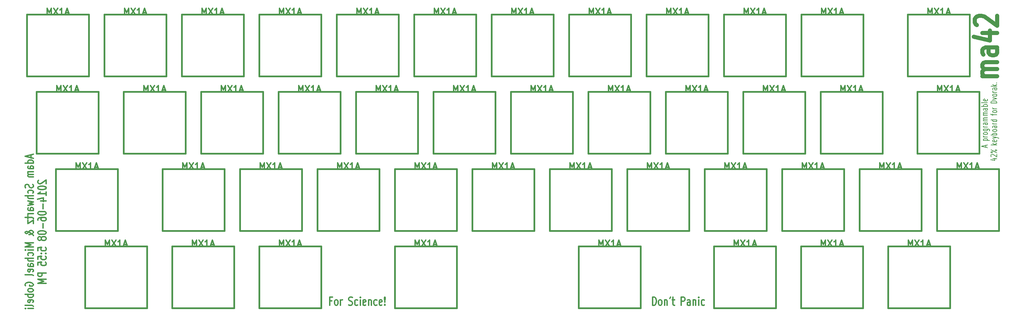
<source format=gto>
G04 (created by PCBNEW (2013-07-07 BZR 4022)-stable) date 7/6/2014 3:39:49 PM*
%MOIN*%
G04 Gerber Fmt 3.4, Leading zero omitted, Abs format*
%FSLAX34Y34*%
G01*
G70*
G90*
G04 APERTURE LIST*
%ADD10C,0.00590551*%
%ADD11C,0.012*%
%ADD12C,0.00787402*%
%ADD13C,0.0393701*%
%ADD14C,0.015*%
G04 APERTURE END LIST*
G54D10*
G54D11*
X58528Y-59304D02*
X58328Y-59304D01*
X58328Y-59723D02*
X58328Y-58923D01*
X58614Y-58923D01*
X58928Y-59723D02*
X58871Y-59685D01*
X58842Y-59647D01*
X58814Y-59571D01*
X58814Y-59342D01*
X58842Y-59266D01*
X58871Y-59228D01*
X58928Y-59190D01*
X59014Y-59190D01*
X59071Y-59228D01*
X59100Y-59266D01*
X59128Y-59342D01*
X59128Y-59571D01*
X59100Y-59647D01*
X59071Y-59685D01*
X59014Y-59723D01*
X58928Y-59723D01*
X59385Y-59723D02*
X59385Y-59190D01*
X59385Y-59342D02*
X59414Y-59266D01*
X59442Y-59228D01*
X59500Y-59190D01*
X59557Y-59190D01*
X60185Y-59685D02*
X60271Y-59723D01*
X60414Y-59723D01*
X60471Y-59685D01*
X60500Y-59647D01*
X60528Y-59571D01*
X60528Y-59495D01*
X60500Y-59419D01*
X60471Y-59380D01*
X60414Y-59342D01*
X60300Y-59304D01*
X60242Y-59266D01*
X60214Y-59228D01*
X60185Y-59152D01*
X60185Y-59076D01*
X60214Y-59000D01*
X60242Y-58961D01*
X60300Y-58923D01*
X60442Y-58923D01*
X60528Y-58961D01*
X61042Y-59685D02*
X60985Y-59723D01*
X60871Y-59723D01*
X60814Y-59685D01*
X60785Y-59647D01*
X60757Y-59571D01*
X60757Y-59342D01*
X60785Y-59266D01*
X60814Y-59228D01*
X60871Y-59190D01*
X60985Y-59190D01*
X61042Y-59228D01*
X61300Y-59723D02*
X61300Y-59190D01*
X61300Y-58923D02*
X61271Y-58961D01*
X61300Y-59000D01*
X61328Y-58961D01*
X61300Y-58923D01*
X61300Y-59000D01*
X61814Y-59685D02*
X61757Y-59723D01*
X61642Y-59723D01*
X61585Y-59685D01*
X61557Y-59609D01*
X61557Y-59304D01*
X61585Y-59228D01*
X61642Y-59190D01*
X61757Y-59190D01*
X61814Y-59228D01*
X61842Y-59304D01*
X61842Y-59380D01*
X61557Y-59457D01*
X62100Y-59190D02*
X62100Y-59723D01*
X62100Y-59266D02*
X62128Y-59228D01*
X62185Y-59190D01*
X62271Y-59190D01*
X62328Y-59228D01*
X62357Y-59304D01*
X62357Y-59723D01*
X62900Y-59685D02*
X62842Y-59723D01*
X62728Y-59723D01*
X62671Y-59685D01*
X62642Y-59647D01*
X62614Y-59571D01*
X62614Y-59342D01*
X62642Y-59266D01*
X62671Y-59228D01*
X62728Y-59190D01*
X62842Y-59190D01*
X62900Y-59228D01*
X63385Y-59685D02*
X63328Y-59723D01*
X63214Y-59723D01*
X63157Y-59685D01*
X63128Y-59609D01*
X63128Y-59304D01*
X63157Y-59228D01*
X63214Y-59190D01*
X63328Y-59190D01*
X63385Y-59228D01*
X63414Y-59304D01*
X63414Y-59380D01*
X63128Y-59457D01*
X63671Y-59647D02*
X63700Y-59685D01*
X63671Y-59723D01*
X63642Y-59685D01*
X63671Y-59647D01*
X63671Y-59723D01*
X63671Y-59419D02*
X63642Y-58961D01*
X63671Y-58923D01*
X63700Y-58961D01*
X63671Y-59419D01*
X63671Y-58923D01*
X89614Y-59723D02*
X89614Y-58923D01*
X89757Y-58923D01*
X89842Y-58961D01*
X89900Y-59038D01*
X89928Y-59114D01*
X89957Y-59266D01*
X89957Y-59380D01*
X89928Y-59533D01*
X89900Y-59609D01*
X89842Y-59685D01*
X89757Y-59723D01*
X89614Y-59723D01*
X90300Y-59723D02*
X90242Y-59685D01*
X90214Y-59647D01*
X90185Y-59571D01*
X90185Y-59342D01*
X90214Y-59266D01*
X90242Y-59228D01*
X90300Y-59190D01*
X90385Y-59190D01*
X90442Y-59228D01*
X90471Y-59266D01*
X90500Y-59342D01*
X90500Y-59571D01*
X90471Y-59647D01*
X90442Y-59685D01*
X90385Y-59723D01*
X90300Y-59723D01*
X90757Y-59190D02*
X90757Y-59723D01*
X90757Y-59266D02*
X90785Y-59228D01*
X90842Y-59190D01*
X90928Y-59190D01*
X90985Y-59228D01*
X91014Y-59304D01*
X91014Y-59723D01*
X91328Y-58923D02*
X91271Y-59076D01*
X91500Y-59190D02*
X91728Y-59190D01*
X91585Y-58923D02*
X91585Y-59609D01*
X91614Y-59685D01*
X91671Y-59723D01*
X91728Y-59723D01*
X92385Y-59723D02*
X92385Y-58923D01*
X92614Y-58923D01*
X92671Y-58961D01*
X92700Y-59000D01*
X92728Y-59076D01*
X92728Y-59190D01*
X92700Y-59266D01*
X92671Y-59304D01*
X92614Y-59342D01*
X92385Y-59342D01*
X93242Y-59723D02*
X93242Y-59304D01*
X93214Y-59228D01*
X93157Y-59190D01*
X93042Y-59190D01*
X92985Y-59228D01*
X93242Y-59685D02*
X93185Y-59723D01*
X93042Y-59723D01*
X92985Y-59685D01*
X92957Y-59609D01*
X92957Y-59533D01*
X92985Y-59457D01*
X93042Y-59419D01*
X93185Y-59419D01*
X93242Y-59380D01*
X93528Y-59190D02*
X93528Y-59723D01*
X93528Y-59266D02*
X93557Y-59228D01*
X93614Y-59190D01*
X93700Y-59190D01*
X93757Y-59228D01*
X93785Y-59304D01*
X93785Y-59723D01*
X94071Y-59723D02*
X94071Y-59190D01*
X94071Y-58923D02*
X94042Y-58961D01*
X94071Y-59000D01*
X94100Y-58961D01*
X94071Y-58923D01*
X94071Y-59000D01*
X94614Y-59685D02*
X94557Y-59723D01*
X94442Y-59723D01*
X94385Y-59685D01*
X94357Y-59647D01*
X94328Y-59571D01*
X94328Y-59342D01*
X94357Y-59266D01*
X94385Y-59228D01*
X94442Y-59190D01*
X94557Y-59190D01*
X94614Y-59228D01*
G54D12*
X121870Y-44402D02*
X121870Y-44215D01*
X122039Y-44440D02*
X121448Y-44309D01*
X122039Y-44177D01*
X121645Y-43746D02*
X122235Y-43746D01*
X121673Y-43746D02*
X121645Y-43709D01*
X121645Y-43634D01*
X121673Y-43596D01*
X121701Y-43577D01*
X121757Y-43559D01*
X121926Y-43559D01*
X121982Y-43577D01*
X122010Y-43596D01*
X122039Y-43634D01*
X122039Y-43709D01*
X122010Y-43746D01*
X122039Y-43390D02*
X121645Y-43390D01*
X121757Y-43390D02*
X121701Y-43371D01*
X121673Y-43352D01*
X121645Y-43315D01*
X121645Y-43277D01*
X122039Y-43090D02*
X122010Y-43127D01*
X121982Y-43146D01*
X121926Y-43165D01*
X121757Y-43165D01*
X121701Y-43146D01*
X121673Y-43127D01*
X121645Y-43090D01*
X121645Y-43034D01*
X121673Y-42996D01*
X121701Y-42977D01*
X121757Y-42959D01*
X121926Y-42959D01*
X121982Y-42977D01*
X122010Y-42996D01*
X122039Y-43034D01*
X122039Y-43090D01*
X121645Y-42621D02*
X122123Y-42621D01*
X122179Y-42640D01*
X122207Y-42659D01*
X122235Y-42696D01*
X122235Y-42753D01*
X122207Y-42790D01*
X122010Y-42621D02*
X122039Y-42659D01*
X122039Y-42734D01*
X122010Y-42771D01*
X121982Y-42790D01*
X121926Y-42809D01*
X121757Y-42809D01*
X121701Y-42790D01*
X121673Y-42771D01*
X121645Y-42734D01*
X121645Y-42659D01*
X121673Y-42621D01*
X122039Y-42434D02*
X121645Y-42434D01*
X121757Y-42434D02*
X121701Y-42415D01*
X121673Y-42396D01*
X121645Y-42359D01*
X121645Y-42321D01*
X122039Y-42021D02*
X121729Y-42021D01*
X121673Y-42040D01*
X121645Y-42078D01*
X121645Y-42153D01*
X121673Y-42190D01*
X122010Y-42021D02*
X122039Y-42059D01*
X122039Y-42153D01*
X122010Y-42190D01*
X121954Y-42209D01*
X121898Y-42209D01*
X121842Y-42190D01*
X121814Y-42153D01*
X121814Y-42059D01*
X121785Y-42021D01*
X122039Y-41834D02*
X121645Y-41834D01*
X121701Y-41834D02*
X121673Y-41815D01*
X121645Y-41778D01*
X121645Y-41721D01*
X121673Y-41684D01*
X121729Y-41665D01*
X122039Y-41665D01*
X121729Y-41665D02*
X121673Y-41646D01*
X121645Y-41609D01*
X121645Y-41553D01*
X121673Y-41515D01*
X121729Y-41496D01*
X122039Y-41496D01*
X122039Y-41309D02*
X121645Y-41309D01*
X121701Y-41309D02*
X121673Y-41290D01*
X121645Y-41253D01*
X121645Y-41196D01*
X121673Y-41159D01*
X121729Y-41140D01*
X122039Y-41140D01*
X121729Y-41140D02*
X121673Y-41121D01*
X121645Y-41084D01*
X121645Y-41028D01*
X121673Y-40990D01*
X121729Y-40971D01*
X122039Y-40971D01*
X122039Y-40615D02*
X121729Y-40615D01*
X121673Y-40634D01*
X121645Y-40672D01*
X121645Y-40747D01*
X121673Y-40784D01*
X122010Y-40615D02*
X122039Y-40653D01*
X122039Y-40747D01*
X122010Y-40784D01*
X121954Y-40803D01*
X121898Y-40803D01*
X121842Y-40784D01*
X121814Y-40747D01*
X121814Y-40653D01*
X121785Y-40615D01*
X122039Y-40428D02*
X121448Y-40428D01*
X121673Y-40428D02*
X121645Y-40390D01*
X121645Y-40315D01*
X121673Y-40278D01*
X121701Y-40259D01*
X121757Y-40240D01*
X121926Y-40240D01*
X121982Y-40259D01*
X122010Y-40278D01*
X122039Y-40315D01*
X122039Y-40390D01*
X122010Y-40428D01*
X122039Y-40015D02*
X122010Y-40053D01*
X121954Y-40072D01*
X121448Y-40072D01*
X122010Y-39715D02*
X122039Y-39753D01*
X122039Y-39828D01*
X122010Y-39865D01*
X121954Y-39884D01*
X121729Y-39884D01*
X121673Y-39865D01*
X121645Y-39828D01*
X121645Y-39753D01*
X121673Y-39715D01*
X121729Y-39697D01*
X121785Y-39697D01*
X121842Y-39884D01*
X122550Y-45490D02*
X122944Y-45490D01*
X122325Y-45583D02*
X122747Y-45677D01*
X122747Y-45433D01*
X122410Y-45302D02*
X122382Y-45283D01*
X122353Y-45246D01*
X122353Y-45152D01*
X122382Y-45115D01*
X122410Y-45096D01*
X122466Y-45077D01*
X122522Y-45077D01*
X122607Y-45096D01*
X122944Y-45321D01*
X122944Y-45077D01*
X122944Y-44927D02*
X122353Y-44627D01*
X122353Y-44871D02*
X122382Y-44834D01*
X122438Y-44815D01*
X122494Y-44834D01*
X122522Y-44871D01*
X122494Y-44908D01*
X122438Y-44927D01*
X122382Y-44908D01*
X122353Y-44871D01*
X122916Y-44646D02*
X122860Y-44627D01*
X122803Y-44646D01*
X122775Y-44684D01*
X122803Y-44721D01*
X122860Y-44740D01*
X122916Y-44721D01*
X122944Y-44684D01*
X122916Y-44646D01*
X122944Y-44159D02*
X122353Y-44159D01*
X122719Y-44121D02*
X122944Y-44009D01*
X122550Y-44009D02*
X122775Y-44159D01*
X122916Y-43690D02*
X122944Y-43727D01*
X122944Y-43802D01*
X122916Y-43840D01*
X122860Y-43859D01*
X122635Y-43859D01*
X122578Y-43840D01*
X122550Y-43802D01*
X122550Y-43727D01*
X122578Y-43690D01*
X122635Y-43671D01*
X122691Y-43671D01*
X122747Y-43859D01*
X122550Y-43540D02*
X122944Y-43446D01*
X122550Y-43352D02*
X122944Y-43446D01*
X123085Y-43484D01*
X123113Y-43502D01*
X123141Y-43540D01*
X122944Y-43202D02*
X122353Y-43202D01*
X122578Y-43202D02*
X122550Y-43165D01*
X122550Y-43090D01*
X122578Y-43052D01*
X122607Y-43034D01*
X122663Y-43015D01*
X122832Y-43015D01*
X122888Y-43034D01*
X122916Y-43052D01*
X122944Y-43090D01*
X122944Y-43165D01*
X122916Y-43202D01*
X122944Y-42790D02*
X122916Y-42828D01*
X122888Y-42846D01*
X122832Y-42865D01*
X122663Y-42865D01*
X122607Y-42846D01*
X122578Y-42828D01*
X122550Y-42790D01*
X122550Y-42734D01*
X122578Y-42696D01*
X122607Y-42678D01*
X122663Y-42659D01*
X122832Y-42659D01*
X122888Y-42678D01*
X122916Y-42696D01*
X122944Y-42734D01*
X122944Y-42790D01*
X122944Y-42321D02*
X122635Y-42321D01*
X122578Y-42340D01*
X122550Y-42378D01*
X122550Y-42453D01*
X122578Y-42490D01*
X122916Y-42321D02*
X122944Y-42359D01*
X122944Y-42453D01*
X122916Y-42490D01*
X122860Y-42509D01*
X122803Y-42509D01*
X122747Y-42490D01*
X122719Y-42453D01*
X122719Y-42359D01*
X122691Y-42321D01*
X122944Y-42134D02*
X122550Y-42134D01*
X122663Y-42134D02*
X122607Y-42115D01*
X122578Y-42096D01*
X122550Y-42059D01*
X122550Y-42021D01*
X122944Y-41721D02*
X122353Y-41721D01*
X122916Y-41721D02*
X122944Y-41759D01*
X122944Y-41834D01*
X122916Y-41871D01*
X122888Y-41890D01*
X122832Y-41909D01*
X122663Y-41909D01*
X122607Y-41890D01*
X122578Y-41871D01*
X122550Y-41834D01*
X122550Y-41759D01*
X122578Y-41721D01*
X122550Y-41290D02*
X122550Y-41140D01*
X122944Y-41234D02*
X122438Y-41234D01*
X122382Y-41215D01*
X122353Y-41178D01*
X122353Y-41140D01*
X122944Y-40953D02*
X122916Y-40990D01*
X122888Y-41009D01*
X122832Y-41028D01*
X122663Y-41028D01*
X122607Y-41009D01*
X122578Y-40990D01*
X122550Y-40953D01*
X122550Y-40897D01*
X122578Y-40859D01*
X122607Y-40840D01*
X122663Y-40822D01*
X122832Y-40822D01*
X122888Y-40840D01*
X122916Y-40859D01*
X122944Y-40897D01*
X122944Y-40953D01*
X122944Y-40653D02*
X122550Y-40653D01*
X122663Y-40653D02*
X122607Y-40634D01*
X122578Y-40615D01*
X122550Y-40578D01*
X122550Y-40540D01*
X122944Y-40109D02*
X122353Y-40109D01*
X122353Y-40015D01*
X122382Y-39959D01*
X122438Y-39922D01*
X122494Y-39903D01*
X122607Y-39884D01*
X122691Y-39884D01*
X122803Y-39903D01*
X122860Y-39922D01*
X122916Y-39959D01*
X122944Y-40015D01*
X122944Y-40109D01*
X122550Y-39753D02*
X122944Y-39659D01*
X122550Y-39565D01*
X122944Y-39359D02*
X122916Y-39397D01*
X122888Y-39415D01*
X122832Y-39434D01*
X122663Y-39434D01*
X122607Y-39415D01*
X122578Y-39397D01*
X122550Y-39359D01*
X122550Y-39303D01*
X122578Y-39265D01*
X122607Y-39247D01*
X122663Y-39228D01*
X122832Y-39228D01*
X122888Y-39247D01*
X122916Y-39265D01*
X122944Y-39303D01*
X122944Y-39359D01*
X122944Y-39059D02*
X122550Y-39059D01*
X122663Y-39059D02*
X122607Y-39040D01*
X122578Y-39022D01*
X122550Y-38984D01*
X122550Y-38947D01*
X122944Y-38647D02*
X122635Y-38647D01*
X122578Y-38666D01*
X122550Y-38703D01*
X122550Y-38778D01*
X122578Y-38816D01*
X122916Y-38647D02*
X122944Y-38684D01*
X122944Y-38778D01*
X122916Y-38816D01*
X122860Y-38834D01*
X122803Y-38834D01*
X122747Y-38816D01*
X122719Y-38778D01*
X122719Y-38684D01*
X122691Y-38647D01*
X122944Y-38459D02*
X122353Y-38459D01*
X122719Y-38422D02*
X122944Y-38309D01*
X122550Y-38309D02*
X122775Y-38459D01*
X122888Y-38141D02*
X122916Y-38122D01*
X122944Y-38141D01*
X122916Y-38159D01*
X122888Y-38141D01*
X122944Y-38141D01*
G54D13*
X122976Y-37487D02*
X121532Y-37487D01*
X121739Y-37487D02*
X121635Y-37412D01*
X121532Y-37262D01*
X121532Y-37037D01*
X121635Y-36887D01*
X121842Y-36812D01*
X122976Y-36812D01*
X121842Y-36812D02*
X121635Y-36737D01*
X121532Y-36587D01*
X121532Y-36362D01*
X121635Y-36212D01*
X121842Y-36137D01*
X122976Y-36137D01*
X122976Y-34712D02*
X121842Y-34712D01*
X121635Y-34787D01*
X121532Y-34937D01*
X121532Y-35237D01*
X121635Y-35387D01*
X122873Y-34712D02*
X122976Y-34862D01*
X122976Y-35237D01*
X122873Y-35387D01*
X122667Y-35462D01*
X122460Y-35462D01*
X122254Y-35387D01*
X122151Y-35237D01*
X122151Y-34862D01*
X122048Y-34712D01*
X121532Y-33287D02*
X122976Y-33287D01*
X120707Y-33662D02*
X122254Y-34037D01*
X122254Y-33062D01*
X121017Y-32537D02*
X120914Y-32462D01*
X120811Y-32312D01*
X120811Y-31937D01*
X120914Y-31787D01*
X121017Y-31712D01*
X121223Y-31637D01*
X121429Y-31637D01*
X121739Y-31712D01*
X122976Y-32612D01*
X122976Y-31637D01*
G54D11*
X29395Y-45128D02*
X29395Y-45414D01*
X29623Y-45071D02*
X28823Y-45271D01*
X29623Y-45471D01*
X29623Y-45928D02*
X28823Y-45928D01*
X29585Y-45928D02*
X29623Y-45871D01*
X29623Y-45757D01*
X29585Y-45700D01*
X29547Y-45671D01*
X29471Y-45642D01*
X29242Y-45642D01*
X29166Y-45671D01*
X29128Y-45700D01*
X29090Y-45757D01*
X29090Y-45871D01*
X29128Y-45928D01*
X29623Y-46471D02*
X29204Y-46471D01*
X29128Y-46442D01*
X29090Y-46385D01*
X29090Y-46271D01*
X29128Y-46214D01*
X29585Y-46471D02*
X29623Y-46414D01*
X29623Y-46271D01*
X29585Y-46214D01*
X29509Y-46185D01*
X29433Y-46185D01*
X29357Y-46214D01*
X29319Y-46271D01*
X29319Y-46414D01*
X29280Y-46471D01*
X29623Y-46757D02*
X29090Y-46757D01*
X29166Y-46757D02*
X29128Y-46785D01*
X29090Y-46842D01*
X29090Y-46928D01*
X29128Y-46985D01*
X29204Y-47014D01*
X29623Y-47014D01*
X29204Y-47014D02*
X29128Y-47042D01*
X29090Y-47100D01*
X29090Y-47185D01*
X29128Y-47242D01*
X29204Y-47271D01*
X29623Y-47271D01*
X29585Y-47985D02*
X29623Y-48071D01*
X29623Y-48214D01*
X29585Y-48271D01*
X29547Y-48300D01*
X29471Y-48328D01*
X29395Y-48328D01*
X29319Y-48300D01*
X29280Y-48271D01*
X29242Y-48214D01*
X29204Y-48100D01*
X29166Y-48042D01*
X29128Y-48014D01*
X29052Y-47985D01*
X28976Y-47985D01*
X28900Y-48014D01*
X28861Y-48042D01*
X28823Y-48100D01*
X28823Y-48242D01*
X28861Y-48328D01*
X29585Y-48842D02*
X29623Y-48785D01*
X29623Y-48671D01*
X29585Y-48614D01*
X29547Y-48585D01*
X29471Y-48557D01*
X29242Y-48557D01*
X29166Y-48585D01*
X29128Y-48614D01*
X29090Y-48671D01*
X29090Y-48785D01*
X29128Y-48842D01*
X29623Y-49100D02*
X28823Y-49100D01*
X29623Y-49357D02*
X29204Y-49357D01*
X29128Y-49328D01*
X29090Y-49271D01*
X29090Y-49185D01*
X29128Y-49128D01*
X29166Y-49100D01*
X29090Y-49585D02*
X29623Y-49700D01*
X29242Y-49814D01*
X29623Y-49928D01*
X29090Y-50042D01*
X29623Y-50528D02*
X29204Y-50528D01*
X29128Y-50500D01*
X29090Y-50442D01*
X29090Y-50328D01*
X29128Y-50271D01*
X29585Y-50528D02*
X29623Y-50471D01*
X29623Y-50328D01*
X29585Y-50271D01*
X29509Y-50242D01*
X29433Y-50242D01*
X29357Y-50271D01*
X29319Y-50328D01*
X29319Y-50471D01*
X29280Y-50528D01*
X29623Y-50814D02*
X29090Y-50814D01*
X29242Y-50814D02*
X29166Y-50842D01*
X29128Y-50871D01*
X29090Y-50928D01*
X29090Y-50985D01*
X29090Y-51100D02*
X29090Y-51328D01*
X28823Y-51185D02*
X29509Y-51185D01*
X29585Y-51214D01*
X29623Y-51271D01*
X29623Y-51328D01*
X29090Y-51471D02*
X29090Y-51785D01*
X29623Y-51471D01*
X29623Y-51785D01*
X29623Y-52957D02*
X29623Y-52928D01*
X29585Y-52871D01*
X29471Y-52785D01*
X29242Y-52642D01*
X29128Y-52585D01*
X29014Y-52557D01*
X28938Y-52557D01*
X28861Y-52585D01*
X28823Y-52642D01*
X28823Y-52671D01*
X28861Y-52728D01*
X28938Y-52757D01*
X28976Y-52757D01*
X29052Y-52728D01*
X29090Y-52700D01*
X29242Y-52528D01*
X29280Y-52500D01*
X29357Y-52471D01*
X29471Y-52471D01*
X29547Y-52500D01*
X29585Y-52528D01*
X29623Y-52585D01*
X29623Y-52671D01*
X29585Y-52728D01*
X29547Y-52757D01*
X29395Y-52842D01*
X29280Y-52871D01*
X29204Y-52871D01*
X29623Y-53671D02*
X28823Y-53671D01*
X29395Y-53871D01*
X28823Y-54071D01*
X29623Y-54071D01*
X29623Y-54357D02*
X29090Y-54357D01*
X28823Y-54357D02*
X28861Y-54328D01*
X28900Y-54357D01*
X28861Y-54385D01*
X28823Y-54357D01*
X28900Y-54357D01*
X29585Y-54900D02*
X29623Y-54842D01*
X29623Y-54728D01*
X29585Y-54671D01*
X29547Y-54642D01*
X29471Y-54614D01*
X29242Y-54614D01*
X29166Y-54642D01*
X29128Y-54671D01*
X29090Y-54728D01*
X29090Y-54842D01*
X29128Y-54900D01*
X29623Y-55157D02*
X28823Y-55157D01*
X29623Y-55414D02*
X29204Y-55414D01*
X29128Y-55385D01*
X29090Y-55328D01*
X29090Y-55242D01*
X29128Y-55185D01*
X29166Y-55157D01*
X29623Y-55957D02*
X29204Y-55957D01*
X29128Y-55928D01*
X29090Y-55871D01*
X29090Y-55757D01*
X29128Y-55700D01*
X29585Y-55957D02*
X29623Y-55900D01*
X29623Y-55757D01*
X29585Y-55700D01*
X29509Y-55671D01*
X29433Y-55671D01*
X29357Y-55700D01*
X29319Y-55757D01*
X29319Y-55900D01*
X29280Y-55957D01*
X29585Y-56471D02*
X29623Y-56414D01*
X29623Y-56300D01*
X29585Y-56242D01*
X29509Y-56214D01*
X29204Y-56214D01*
X29128Y-56242D01*
X29090Y-56300D01*
X29090Y-56414D01*
X29128Y-56471D01*
X29204Y-56500D01*
X29280Y-56500D01*
X29357Y-56214D01*
X29623Y-56842D02*
X29585Y-56785D01*
X29509Y-56757D01*
X28823Y-56757D01*
X28861Y-57842D02*
X28823Y-57785D01*
X28823Y-57700D01*
X28861Y-57614D01*
X28938Y-57557D01*
X29014Y-57528D01*
X29166Y-57500D01*
X29280Y-57500D01*
X29433Y-57528D01*
X29509Y-57557D01*
X29585Y-57614D01*
X29623Y-57700D01*
X29623Y-57757D01*
X29585Y-57842D01*
X29547Y-57871D01*
X29280Y-57871D01*
X29280Y-57757D01*
X29623Y-58214D02*
X29585Y-58157D01*
X29547Y-58128D01*
X29471Y-58100D01*
X29242Y-58100D01*
X29166Y-58128D01*
X29128Y-58157D01*
X29090Y-58214D01*
X29090Y-58300D01*
X29128Y-58357D01*
X29166Y-58385D01*
X29242Y-58414D01*
X29471Y-58414D01*
X29547Y-58385D01*
X29585Y-58357D01*
X29623Y-58300D01*
X29623Y-58214D01*
X29623Y-58671D02*
X28823Y-58671D01*
X29128Y-58671D02*
X29090Y-58728D01*
X29090Y-58842D01*
X29128Y-58900D01*
X29166Y-58928D01*
X29242Y-58957D01*
X29471Y-58957D01*
X29547Y-58928D01*
X29585Y-58900D01*
X29623Y-58842D01*
X29623Y-58728D01*
X29585Y-58671D01*
X29585Y-59442D02*
X29623Y-59385D01*
X29623Y-59271D01*
X29585Y-59214D01*
X29509Y-59185D01*
X29204Y-59185D01*
X29128Y-59214D01*
X29090Y-59271D01*
X29090Y-59385D01*
X29128Y-59442D01*
X29204Y-59471D01*
X29280Y-59471D01*
X29357Y-59185D01*
X29623Y-59814D02*
X29585Y-59757D01*
X29509Y-59728D01*
X28823Y-59728D01*
X29623Y-60042D02*
X29090Y-60042D01*
X28823Y-60042D02*
X28861Y-60014D01*
X28900Y-60042D01*
X28861Y-60071D01*
X28823Y-60042D01*
X28900Y-60042D01*
X30140Y-47585D02*
X30101Y-47614D01*
X30063Y-47671D01*
X30063Y-47814D01*
X30101Y-47871D01*
X30140Y-47899D01*
X30216Y-47928D01*
X30292Y-47928D01*
X30406Y-47899D01*
X30863Y-47557D01*
X30863Y-47928D01*
X30063Y-48299D02*
X30063Y-48357D01*
X30101Y-48414D01*
X30140Y-48442D01*
X30216Y-48471D01*
X30368Y-48499D01*
X30559Y-48499D01*
X30711Y-48471D01*
X30787Y-48442D01*
X30825Y-48414D01*
X30863Y-48357D01*
X30863Y-48299D01*
X30825Y-48242D01*
X30787Y-48214D01*
X30711Y-48185D01*
X30559Y-48157D01*
X30368Y-48157D01*
X30216Y-48185D01*
X30140Y-48214D01*
X30101Y-48242D01*
X30063Y-48299D01*
X30863Y-49071D02*
X30863Y-48728D01*
X30863Y-48899D02*
X30063Y-48899D01*
X30178Y-48842D01*
X30254Y-48785D01*
X30292Y-48728D01*
X30330Y-49585D02*
X30863Y-49585D01*
X30025Y-49442D02*
X30597Y-49300D01*
X30597Y-49671D01*
X30559Y-49900D02*
X30559Y-50357D01*
X30063Y-50757D02*
X30063Y-50814D01*
X30101Y-50871D01*
X30140Y-50900D01*
X30216Y-50928D01*
X30368Y-50957D01*
X30559Y-50957D01*
X30711Y-50928D01*
X30787Y-50900D01*
X30825Y-50871D01*
X30863Y-50814D01*
X30863Y-50757D01*
X30825Y-50700D01*
X30787Y-50671D01*
X30711Y-50642D01*
X30559Y-50614D01*
X30368Y-50614D01*
X30216Y-50642D01*
X30140Y-50671D01*
X30101Y-50700D01*
X30063Y-50757D01*
X30063Y-51471D02*
X30063Y-51357D01*
X30101Y-51300D01*
X30140Y-51271D01*
X30254Y-51214D01*
X30406Y-51185D01*
X30711Y-51185D01*
X30787Y-51214D01*
X30825Y-51242D01*
X30863Y-51300D01*
X30863Y-51414D01*
X30825Y-51471D01*
X30787Y-51500D01*
X30711Y-51528D01*
X30520Y-51528D01*
X30444Y-51500D01*
X30406Y-51471D01*
X30368Y-51414D01*
X30368Y-51300D01*
X30406Y-51242D01*
X30444Y-51214D01*
X30520Y-51185D01*
X30559Y-51785D02*
X30559Y-52242D01*
X30063Y-52642D02*
X30063Y-52700D01*
X30101Y-52757D01*
X30140Y-52785D01*
X30216Y-52814D01*
X30368Y-52842D01*
X30559Y-52842D01*
X30711Y-52814D01*
X30787Y-52785D01*
X30825Y-52757D01*
X30863Y-52700D01*
X30863Y-52642D01*
X30825Y-52585D01*
X30787Y-52557D01*
X30711Y-52528D01*
X30559Y-52500D01*
X30368Y-52500D01*
X30216Y-52528D01*
X30140Y-52557D01*
X30101Y-52585D01*
X30063Y-52642D01*
X30406Y-53185D02*
X30368Y-53128D01*
X30330Y-53100D01*
X30254Y-53071D01*
X30216Y-53071D01*
X30140Y-53100D01*
X30101Y-53128D01*
X30063Y-53185D01*
X30063Y-53300D01*
X30101Y-53357D01*
X30140Y-53385D01*
X30216Y-53414D01*
X30254Y-53414D01*
X30330Y-53385D01*
X30368Y-53357D01*
X30406Y-53300D01*
X30406Y-53185D01*
X30444Y-53128D01*
X30482Y-53100D01*
X30559Y-53071D01*
X30711Y-53071D01*
X30787Y-53100D01*
X30825Y-53128D01*
X30863Y-53185D01*
X30863Y-53300D01*
X30825Y-53357D01*
X30787Y-53385D01*
X30711Y-53414D01*
X30559Y-53414D01*
X30482Y-53385D01*
X30444Y-53357D01*
X30406Y-53300D01*
X30063Y-54414D02*
X30063Y-54128D01*
X30444Y-54100D01*
X30406Y-54128D01*
X30368Y-54185D01*
X30368Y-54328D01*
X30406Y-54385D01*
X30444Y-54414D01*
X30520Y-54442D01*
X30711Y-54442D01*
X30787Y-54414D01*
X30825Y-54385D01*
X30863Y-54328D01*
X30863Y-54185D01*
X30825Y-54128D01*
X30787Y-54100D01*
X30787Y-54700D02*
X30825Y-54728D01*
X30863Y-54700D01*
X30825Y-54671D01*
X30787Y-54700D01*
X30863Y-54700D01*
X30368Y-54700D02*
X30406Y-54728D01*
X30444Y-54700D01*
X30406Y-54671D01*
X30368Y-54700D01*
X30444Y-54700D01*
X30063Y-55271D02*
X30063Y-54985D01*
X30444Y-54957D01*
X30406Y-54985D01*
X30368Y-55042D01*
X30368Y-55185D01*
X30406Y-55242D01*
X30444Y-55271D01*
X30520Y-55300D01*
X30711Y-55300D01*
X30787Y-55271D01*
X30825Y-55242D01*
X30863Y-55185D01*
X30863Y-55042D01*
X30825Y-54985D01*
X30787Y-54957D01*
X30063Y-55842D02*
X30063Y-55557D01*
X30444Y-55528D01*
X30406Y-55557D01*
X30368Y-55614D01*
X30368Y-55757D01*
X30406Y-55814D01*
X30444Y-55842D01*
X30520Y-55871D01*
X30711Y-55871D01*
X30787Y-55842D01*
X30825Y-55814D01*
X30863Y-55757D01*
X30863Y-55614D01*
X30825Y-55557D01*
X30787Y-55528D01*
X30863Y-56585D02*
X30063Y-56585D01*
X30063Y-56814D01*
X30101Y-56871D01*
X30140Y-56900D01*
X30216Y-56928D01*
X30330Y-56928D01*
X30406Y-56900D01*
X30444Y-56871D01*
X30482Y-56814D01*
X30482Y-56585D01*
X30863Y-57185D02*
X30063Y-57185D01*
X30635Y-57385D01*
X30063Y-57585D01*
X30863Y-57585D01*
G54D14*
X34632Y-54000D02*
X40632Y-54000D01*
X40632Y-54000D02*
X40632Y-60000D01*
X40632Y-60000D02*
X34632Y-60000D01*
X34632Y-60000D02*
X34632Y-54000D01*
X64625Y-54000D02*
X70625Y-54000D01*
X70625Y-54000D02*
X70625Y-60000D01*
X70625Y-60000D02*
X64625Y-60000D01*
X64625Y-60000D02*
X64625Y-54000D01*
X95541Y-54000D02*
X101541Y-54000D01*
X101541Y-54000D02*
X101541Y-60000D01*
X101541Y-60000D02*
X95541Y-60000D01*
X95541Y-60000D02*
X95541Y-54000D01*
X31812Y-46500D02*
X37812Y-46500D01*
X37812Y-46500D02*
X37812Y-52500D01*
X37812Y-52500D02*
X31812Y-52500D01*
X31812Y-52500D02*
X31812Y-46500D01*
X114312Y-31500D02*
X120312Y-31500D01*
X120312Y-31500D02*
X120312Y-37500D01*
X120312Y-37500D02*
X114312Y-37500D01*
X114312Y-37500D02*
X114312Y-31500D01*
X98370Y-39000D02*
X104370Y-39000D01*
X104370Y-39000D02*
X104370Y-45000D01*
X104370Y-45000D02*
X98370Y-45000D01*
X98370Y-45000D02*
X98370Y-39000D01*
X90870Y-39000D02*
X96870Y-39000D01*
X96870Y-39000D02*
X96870Y-45000D01*
X96870Y-45000D02*
X90870Y-45000D01*
X90870Y-45000D02*
X90870Y-39000D01*
X83370Y-39000D02*
X89370Y-39000D01*
X89370Y-39000D02*
X89370Y-45000D01*
X89370Y-45000D02*
X83370Y-45000D01*
X83370Y-45000D02*
X83370Y-39000D01*
X75870Y-39000D02*
X81870Y-39000D01*
X81870Y-39000D02*
X81870Y-45000D01*
X81870Y-45000D02*
X75870Y-45000D01*
X75870Y-45000D02*
X75870Y-39000D01*
X68370Y-39000D02*
X74370Y-39000D01*
X74370Y-39000D02*
X74370Y-45000D01*
X74370Y-45000D02*
X68370Y-45000D01*
X68370Y-45000D02*
X68370Y-39000D01*
X60870Y-39000D02*
X66870Y-39000D01*
X66870Y-39000D02*
X66870Y-45000D01*
X66870Y-45000D02*
X60870Y-45000D01*
X60870Y-45000D02*
X60870Y-39000D01*
X53370Y-39000D02*
X59370Y-39000D01*
X59370Y-39000D02*
X59370Y-45000D01*
X59370Y-45000D02*
X53370Y-45000D01*
X53370Y-45000D02*
X53370Y-39000D01*
X45870Y-39000D02*
X51870Y-39000D01*
X51870Y-39000D02*
X51870Y-45000D01*
X51870Y-45000D02*
X45870Y-45000D01*
X45870Y-45000D02*
X45870Y-39000D01*
X38370Y-39000D02*
X44370Y-39000D01*
X44370Y-39000D02*
X44370Y-45000D01*
X44370Y-45000D02*
X38370Y-45000D01*
X38370Y-45000D02*
X38370Y-39000D01*
X29935Y-39000D02*
X35935Y-39000D01*
X35935Y-39000D02*
X35935Y-45000D01*
X35935Y-45000D02*
X29935Y-45000D01*
X29935Y-45000D02*
X29935Y-39000D01*
X74000Y-31500D02*
X80000Y-31500D01*
X80000Y-31500D02*
X80000Y-37500D01*
X80000Y-37500D02*
X74000Y-37500D01*
X74000Y-37500D02*
X74000Y-31500D01*
X104000Y-31500D02*
X110000Y-31500D01*
X110000Y-31500D02*
X110000Y-37500D01*
X110000Y-37500D02*
X104000Y-37500D01*
X104000Y-37500D02*
X104000Y-31500D01*
X96500Y-31500D02*
X102500Y-31500D01*
X102500Y-31500D02*
X102500Y-37500D01*
X102500Y-37500D02*
X96500Y-37500D01*
X96500Y-37500D02*
X96500Y-31500D01*
X81500Y-31500D02*
X87500Y-31500D01*
X87500Y-31500D02*
X87500Y-37500D01*
X87500Y-37500D02*
X81500Y-37500D01*
X81500Y-37500D02*
X81500Y-31500D01*
X66500Y-31500D02*
X72500Y-31500D01*
X72500Y-31500D02*
X72500Y-37500D01*
X72500Y-37500D02*
X66500Y-37500D01*
X66500Y-37500D02*
X66500Y-31500D01*
X59000Y-31500D02*
X65000Y-31500D01*
X65000Y-31500D02*
X65000Y-37500D01*
X65000Y-37500D02*
X59000Y-37500D01*
X59000Y-37500D02*
X59000Y-31500D01*
X51500Y-31500D02*
X57500Y-31500D01*
X57500Y-31500D02*
X57500Y-37500D01*
X57500Y-37500D02*
X51500Y-37500D01*
X51500Y-37500D02*
X51500Y-31500D01*
X44000Y-31500D02*
X50000Y-31500D01*
X50000Y-31500D02*
X50000Y-37500D01*
X50000Y-37500D02*
X44000Y-37500D01*
X44000Y-37500D02*
X44000Y-31500D01*
X36500Y-31500D02*
X42500Y-31500D01*
X42500Y-31500D02*
X42500Y-37500D01*
X42500Y-37500D02*
X36500Y-37500D01*
X36500Y-37500D02*
X36500Y-31500D01*
X29000Y-31500D02*
X35000Y-31500D01*
X35000Y-31500D02*
X35000Y-37500D01*
X35000Y-37500D02*
X29000Y-37500D01*
X29000Y-37500D02*
X29000Y-31500D01*
X105870Y-39000D02*
X111870Y-39000D01*
X111870Y-39000D02*
X111870Y-45000D01*
X111870Y-45000D02*
X105870Y-45000D01*
X105870Y-45000D02*
X105870Y-39000D01*
X89000Y-31500D02*
X95000Y-31500D01*
X95000Y-31500D02*
X95000Y-37500D01*
X95000Y-37500D02*
X89000Y-37500D01*
X89000Y-37500D02*
X89000Y-31500D01*
X112411Y-54000D02*
X118411Y-54000D01*
X118411Y-54000D02*
X118411Y-60000D01*
X118411Y-60000D02*
X112411Y-60000D01*
X112411Y-60000D02*
X112411Y-54000D01*
X103976Y-54000D02*
X109976Y-54000D01*
X109976Y-54000D02*
X109976Y-60000D01*
X109976Y-60000D02*
X103976Y-60000D01*
X103976Y-60000D02*
X103976Y-54000D01*
X82419Y-54000D02*
X88419Y-54000D01*
X88419Y-54000D02*
X88419Y-60000D01*
X88419Y-60000D02*
X82419Y-60000D01*
X82419Y-60000D02*
X82419Y-54000D01*
X51502Y-54000D02*
X57502Y-54000D01*
X57502Y-54000D02*
X57502Y-60000D01*
X57502Y-60000D02*
X51502Y-60000D01*
X51502Y-60000D02*
X51502Y-54000D01*
X43067Y-54000D02*
X49067Y-54000D01*
X49067Y-54000D02*
X49067Y-60000D01*
X49067Y-60000D02*
X43067Y-60000D01*
X43067Y-60000D02*
X43067Y-54000D01*
X117125Y-46500D02*
X123125Y-46500D01*
X123125Y-46500D02*
X123125Y-52500D01*
X123125Y-52500D02*
X117125Y-52500D01*
X117125Y-52500D02*
X117125Y-46500D01*
X109625Y-46500D02*
X115625Y-46500D01*
X115625Y-46500D02*
X115625Y-52500D01*
X115625Y-52500D02*
X109625Y-52500D01*
X109625Y-52500D02*
X109625Y-46500D01*
X102125Y-46500D02*
X108125Y-46500D01*
X108125Y-46500D02*
X108125Y-52500D01*
X108125Y-52500D02*
X102125Y-52500D01*
X102125Y-52500D02*
X102125Y-46500D01*
X94625Y-46500D02*
X100625Y-46500D01*
X100625Y-46500D02*
X100625Y-52500D01*
X100625Y-52500D02*
X94625Y-52500D01*
X94625Y-52500D02*
X94625Y-46500D01*
X87125Y-46500D02*
X93125Y-46500D01*
X93125Y-46500D02*
X93125Y-52500D01*
X93125Y-52500D02*
X87125Y-52500D01*
X87125Y-52500D02*
X87125Y-46500D01*
X79625Y-46500D02*
X85625Y-46500D01*
X85625Y-46500D02*
X85625Y-52500D01*
X85625Y-52500D02*
X79625Y-52500D01*
X79625Y-52500D02*
X79625Y-46500D01*
X72125Y-46500D02*
X78125Y-46500D01*
X78125Y-46500D02*
X78125Y-52500D01*
X78125Y-52500D02*
X72125Y-52500D01*
X72125Y-52500D02*
X72125Y-46500D01*
X64625Y-46500D02*
X70625Y-46500D01*
X70625Y-46500D02*
X70625Y-52500D01*
X70625Y-52500D02*
X64625Y-52500D01*
X64625Y-52500D02*
X64625Y-46500D01*
X57125Y-46500D02*
X63125Y-46500D01*
X63125Y-46500D02*
X63125Y-52500D01*
X63125Y-52500D02*
X57125Y-52500D01*
X57125Y-52500D02*
X57125Y-46500D01*
X49625Y-46500D02*
X55625Y-46500D01*
X55625Y-46500D02*
X55625Y-52500D01*
X55625Y-52500D02*
X49625Y-52500D01*
X49625Y-52500D02*
X49625Y-46500D01*
X42125Y-46500D02*
X48125Y-46500D01*
X48125Y-46500D02*
X48125Y-52500D01*
X48125Y-52500D02*
X42125Y-52500D01*
X42125Y-52500D02*
X42125Y-46500D01*
X115245Y-39000D02*
X121245Y-39000D01*
X121245Y-39000D02*
X121245Y-45000D01*
X121245Y-45000D02*
X115245Y-45000D01*
X115245Y-45000D02*
X115245Y-39000D01*
G54D11*
X36603Y-53992D02*
X36603Y-53392D01*
X36803Y-53821D01*
X37003Y-53392D01*
X37003Y-53992D01*
X37232Y-53392D02*
X37632Y-53992D01*
X37632Y-53392D02*
X37232Y-53992D01*
X38174Y-53992D02*
X37832Y-53992D01*
X38003Y-53992D02*
X38003Y-53392D01*
X37946Y-53478D01*
X37889Y-53535D01*
X37832Y-53564D01*
X38403Y-53821D02*
X38689Y-53821D01*
X38346Y-53992D02*
X38546Y-53392D01*
X38746Y-53992D01*
X66596Y-53992D02*
X66596Y-53392D01*
X66796Y-53821D01*
X66996Y-53392D01*
X66996Y-53992D01*
X67225Y-53392D02*
X67625Y-53992D01*
X67625Y-53392D02*
X67225Y-53992D01*
X68168Y-53992D02*
X67825Y-53992D01*
X67996Y-53992D02*
X67996Y-53392D01*
X67939Y-53478D01*
X67882Y-53535D01*
X67825Y-53564D01*
X68396Y-53821D02*
X68682Y-53821D01*
X68339Y-53992D02*
X68539Y-53392D01*
X68739Y-53992D01*
X97513Y-53992D02*
X97513Y-53392D01*
X97713Y-53821D01*
X97913Y-53392D01*
X97913Y-53992D01*
X98141Y-53392D02*
X98541Y-53992D01*
X98541Y-53392D02*
X98141Y-53992D01*
X99084Y-53992D02*
X98741Y-53992D01*
X98913Y-53992D02*
X98913Y-53392D01*
X98856Y-53478D01*
X98798Y-53535D01*
X98741Y-53564D01*
X99313Y-53821D02*
X99598Y-53821D01*
X99256Y-53992D02*
X99456Y-53392D01*
X99656Y-53992D01*
X33783Y-46492D02*
X33783Y-45892D01*
X33983Y-46321D01*
X34183Y-45892D01*
X34183Y-46492D01*
X34412Y-45892D02*
X34812Y-46492D01*
X34812Y-45892D02*
X34412Y-46492D01*
X35355Y-46492D02*
X35012Y-46492D01*
X35183Y-46492D02*
X35183Y-45892D01*
X35126Y-45978D01*
X35069Y-46035D01*
X35012Y-46064D01*
X35583Y-46321D02*
X35869Y-46321D01*
X35526Y-46492D02*
X35726Y-45892D01*
X35926Y-46492D01*
X116283Y-31492D02*
X116283Y-30892D01*
X116483Y-31321D01*
X116683Y-30892D01*
X116683Y-31492D01*
X116912Y-30892D02*
X117312Y-31492D01*
X117312Y-30892D02*
X116912Y-31492D01*
X117855Y-31492D02*
X117512Y-31492D01*
X117683Y-31492D02*
X117683Y-30892D01*
X117626Y-30978D01*
X117569Y-31035D01*
X117512Y-31064D01*
X118083Y-31321D02*
X118369Y-31321D01*
X118026Y-31492D02*
X118226Y-30892D01*
X118426Y-31492D01*
X100341Y-38992D02*
X100341Y-38392D01*
X100541Y-38821D01*
X100741Y-38392D01*
X100741Y-38992D01*
X100970Y-38392D02*
X101370Y-38992D01*
X101370Y-38392D02*
X100970Y-38992D01*
X101912Y-38992D02*
X101570Y-38992D01*
X101741Y-38992D02*
X101741Y-38392D01*
X101684Y-38478D01*
X101627Y-38535D01*
X101570Y-38564D01*
X102141Y-38821D02*
X102427Y-38821D01*
X102084Y-38992D02*
X102284Y-38392D01*
X102484Y-38992D01*
X92841Y-38992D02*
X92841Y-38392D01*
X93041Y-38821D01*
X93241Y-38392D01*
X93241Y-38992D01*
X93470Y-38392D02*
X93870Y-38992D01*
X93870Y-38392D02*
X93470Y-38992D01*
X94412Y-38992D02*
X94070Y-38992D01*
X94241Y-38992D02*
X94241Y-38392D01*
X94184Y-38478D01*
X94127Y-38535D01*
X94070Y-38564D01*
X94641Y-38821D02*
X94927Y-38821D01*
X94584Y-38992D02*
X94784Y-38392D01*
X94984Y-38992D01*
X85341Y-38992D02*
X85341Y-38392D01*
X85541Y-38821D01*
X85741Y-38392D01*
X85741Y-38992D01*
X85970Y-38392D02*
X86370Y-38992D01*
X86370Y-38392D02*
X85970Y-38992D01*
X86912Y-38992D02*
X86570Y-38992D01*
X86741Y-38992D02*
X86741Y-38392D01*
X86684Y-38478D01*
X86627Y-38535D01*
X86570Y-38564D01*
X87141Y-38821D02*
X87427Y-38821D01*
X87084Y-38992D02*
X87284Y-38392D01*
X87484Y-38992D01*
X77841Y-38992D02*
X77841Y-38392D01*
X78041Y-38821D01*
X78241Y-38392D01*
X78241Y-38992D01*
X78470Y-38392D02*
X78870Y-38992D01*
X78870Y-38392D02*
X78470Y-38992D01*
X79412Y-38992D02*
X79070Y-38992D01*
X79241Y-38992D02*
X79241Y-38392D01*
X79184Y-38478D01*
X79127Y-38535D01*
X79070Y-38564D01*
X79641Y-38821D02*
X79927Y-38821D01*
X79584Y-38992D02*
X79784Y-38392D01*
X79984Y-38992D01*
X70341Y-38992D02*
X70341Y-38392D01*
X70541Y-38821D01*
X70741Y-38392D01*
X70741Y-38992D01*
X70970Y-38392D02*
X71370Y-38992D01*
X71370Y-38392D02*
X70970Y-38992D01*
X71912Y-38992D02*
X71570Y-38992D01*
X71741Y-38992D02*
X71741Y-38392D01*
X71684Y-38478D01*
X71627Y-38535D01*
X71570Y-38564D01*
X72141Y-38821D02*
X72427Y-38821D01*
X72084Y-38992D02*
X72284Y-38392D01*
X72484Y-38992D01*
X62841Y-38992D02*
X62841Y-38392D01*
X63041Y-38821D01*
X63241Y-38392D01*
X63241Y-38992D01*
X63470Y-38392D02*
X63870Y-38992D01*
X63870Y-38392D02*
X63470Y-38992D01*
X64412Y-38992D02*
X64070Y-38992D01*
X64241Y-38992D02*
X64241Y-38392D01*
X64184Y-38478D01*
X64127Y-38535D01*
X64070Y-38564D01*
X64641Y-38821D02*
X64927Y-38821D01*
X64584Y-38992D02*
X64784Y-38392D01*
X64984Y-38992D01*
X55341Y-38992D02*
X55341Y-38392D01*
X55541Y-38821D01*
X55741Y-38392D01*
X55741Y-38992D01*
X55970Y-38392D02*
X56370Y-38992D01*
X56370Y-38392D02*
X55970Y-38992D01*
X56912Y-38992D02*
X56570Y-38992D01*
X56741Y-38992D02*
X56741Y-38392D01*
X56684Y-38478D01*
X56627Y-38535D01*
X56570Y-38564D01*
X57141Y-38821D02*
X57427Y-38821D01*
X57084Y-38992D02*
X57284Y-38392D01*
X57484Y-38992D01*
X47841Y-38992D02*
X47841Y-38392D01*
X48041Y-38821D01*
X48241Y-38392D01*
X48241Y-38992D01*
X48470Y-38392D02*
X48870Y-38992D01*
X48870Y-38392D02*
X48470Y-38992D01*
X49412Y-38992D02*
X49070Y-38992D01*
X49241Y-38992D02*
X49241Y-38392D01*
X49184Y-38478D01*
X49127Y-38535D01*
X49070Y-38564D01*
X49641Y-38821D02*
X49927Y-38821D01*
X49584Y-38992D02*
X49784Y-38392D01*
X49984Y-38992D01*
X40341Y-38992D02*
X40341Y-38392D01*
X40541Y-38821D01*
X40741Y-38392D01*
X40741Y-38992D01*
X40970Y-38392D02*
X41370Y-38992D01*
X41370Y-38392D02*
X40970Y-38992D01*
X41912Y-38992D02*
X41570Y-38992D01*
X41741Y-38992D02*
X41741Y-38392D01*
X41684Y-38478D01*
X41627Y-38535D01*
X41570Y-38564D01*
X42141Y-38821D02*
X42427Y-38821D01*
X42084Y-38992D02*
X42284Y-38392D01*
X42484Y-38992D01*
X31906Y-38992D02*
X31906Y-38392D01*
X32106Y-38821D01*
X32306Y-38392D01*
X32306Y-38992D01*
X32535Y-38392D02*
X32935Y-38992D01*
X32935Y-38392D02*
X32535Y-38992D01*
X33477Y-38992D02*
X33135Y-38992D01*
X33306Y-38992D02*
X33306Y-38392D01*
X33249Y-38478D01*
X33192Y-38535D01*
X33135Y-38564D01*
X33706Y-38821D02*
X33992Y-38821D01*
X33649Y-38992D02*
X33849Y-38392D01*
X34049Y-38992D01*
X75971Y-31492D02*
X75971Y-30892D01*
X76171Y-31321D01*
X76371Y-30892D01*
X76371Y-31492D01*
X76599Y-30892D02*
X76999Y-31492D01*
X76999Y-30892D02*
X76599Y-31492D01*
X77542Y-31492D02*
X77200Y-31492D01*
X77371Y-31492D02*
X77371Y-30892D01*
X77314Y-30978D01*
X77257Y-31035D01*
X77200Y-31064D01*
X77771Y-31321D02*
X78057Y-31321D01*
X77714Y-31492D02*
X77914Y-30892D01*
X78114Y-31492D01*
X105971Y-31492D02*
X105971Y-30892D01*
X106171Y-31321D01*
X106371Y-30892D01*
X106371Y-31492D01*
X106599Y-30892D02*
X106999Y-31492D01*
X106999Y-30892D02*
X106599Y-31492D01*
X107542Y-31492D02*
X107200Y-31492D01*
X107371Y-31492D02*
X107371Y-30892D01*
X107314Y-30978D01*
X107257Y-31035D01*
X107200Y-31064D01*
X107771Y-31321D02*
X108057Y-31321D01*
X107714Y-31492D02*
X107914Y-30892D01*
X108114Y-31492D01*
X98471Y-31492D02*
X98471Y-30892D01*
X98671Y-31321D01*
X98871Y-30892D01*
X98871Y-31492D01*
X99099Y-30892D02*
X99499Y-31492D01*
X99499Y-30892D02*
X99099Y-31492D01*
X100042Y-31492D02*
X99700Y-31492D01*
X99871Y-31492D02*
X99871Y-30892D01*
X99814Y-30978D01*
X99757Y-31035D01*
X99700Y-31064D01*
X100271Y-31321D02*
X100557Y-31321D01*
X100214Y-31492D02*
X100414Y-30892D01*
X100614Y-31492D01*
X83471Y-31492D02*
X83471Y-30892D01*
X83671Y-31321D01*
X83871Y-30892D01*
X83871Y-31492D01*
X84099Y-30892D02*
X84499Y-31492D01*
X84499Y-30892D02*
X84099Y-31492D01*
X85042Y-31492D02*
X84700Y-31492D01*
X84871Y-31492D02*
X84871Y-30892D01*
X84814Y-30978D01*
X84757Y-31035D01*
X84700Y-31064D01*
X85271Y-31321D02*
X85557Y-31321D01*
X85214Y-31492D02*
X85414Y-30892D01*
X85614Y-31492D01*
X68471Y-31492D02*
X68471Y-30892D01*
X68671Y-31321D01*
X68871Y-30892D01*
X68871Y-31492D01*
X69099Y-30892D02*
X69499Y-31492D01*
X69499Y-30892D02*
X69099Y-31492D01*
X70042Y-31492D02*
X69700Y-31492D01*
X69871Y-31492D02*
X69871Y-30892D01*
X69814Y-30978D01*
X69757Y-31035D01*
X69700Y-31064D01*
X70271Y-31321D02*
X70557Y-31321D01*
X70214Y-31492D02*
X70414Y-30892D01*
X70614Y-31492D01*
X60971Y-31492D02*
X60971Y-30892D01*
X61171Y-31321D01*
X61371Y-30892D01*
X61371Y-31492D01*
X61599Y-30892D02*
X61999Y-31492D01*
X61999Y-30892D02*
X61599Y-31492D01*
X62542Y-31492D02*
X62200Y-31492D01*
X62371Y-31492D02*
X62371Y-30892D01*
X62314Y-30978D01*
X62257Y-31035D01*
X62200Y-31064D01*
X62771Y-31321D02*
X63057Y-31321D01*
X62714Y-31492D02*
X62914Y-30892D01*
X63114Y-31492D01*
X53471Y-31492D02*
X53471Y-30892D01*
X53671Y-31321D01*
X53871Y-30892D01*
X53871Y-31492D01*
X54099Y-30892D02*
X54499Y-31492D01*
X54499Y-30892D02*
X54099Y-31492D01*
X55042Y-31492D02*
X54700Y-31492D01*
X54871Y-31492D02*
X54871Y-30892D01*
X54814Y-30978D01*
X54757Y-31035D01*
X54700Y-31064D01*
X55271Y-31321D02*
X55557Y-31321D01*
X55214Y-31492D02*
X55414Y-30892D01*
X55614Y-31492D01*
X45971Y-31492D02*
X45971Y-30892D01*
X46171Y-31321D01*
X46371Y-30892D01*
X46371Y-31492D01*
X46599Y-30892D02*
X46999Y-31492D01*
X46999Y-30892D02*
X46599Y-31492D01*
X47542Y-31492D02*
X47200Y-31492D01*
X47371Y-31492D02*
X47371Y-30892D01*
X47314Y-30978D01*
X47257Y-31035D01*
X47200Y-31064D01*
X47771Y-31321D02*
X48057Y-31321D01*
X47714Y-31492D02*
X47914Y-30892D01*
X48114Y-31492D01*
X38471Y-31492D02*
X38471Y-30892D01*
X38671Y-31321D01*
X38871Y-30892D01*
X38871Y-31492D01*
X39099Y-30892D02*
X39499Y-31492D01*
X39499Y-30892D02*
X39099Y-31492D01*
X40042Y-31492D02*
X39700Y-31492D01*
X39871Y-31492D02*
X39871Y-30892D01*
X39814Y-30978D01*
X39757Y-31035D01*
X39700Y-31064D01*
X40271Y-31321D02*
X40557Y-31321D01*
X40214Y-31492D02*
X40414Y-30892D01*
X40614Y-31492D01*
X30971Y-31492D02*
X30971Y-30892D01*
X31171Y-31321D01*
X31371Y-30892D01*
X31371Y-31492D01*
X31599Y-30892D02*
X31999Y-31492D01*
X31999Y-30892D02*
X31599Y-31492D01*
X32542Y-31492D02*
X32200Y-31492D01*
X32371Y-31492D02*
X32371Y-30892D01*
X32314Y-30978D01*
X32257Y-31035D01*
X32200Y-31064D01*
X32771Y-31321D02*
X33057Y-31321D01*
X32714Y-31492D02*
X32914Y-30892D01*
X33114Y-31492D01*
X107841Y-38992D02*
X107841Y-38392D01*
X108041Y-38821D01*
X108241Y-38392D01*
X108241Y-38992D01*
X108470Y-38392D02*
X108870Y-38992D01*
X108870Y-38392D02*
X108470Y-38992D01*
X109412Y-38992D02*
X109070Y-38992D01*
X109241Y-38992D02*
X109241Y-38392D01*
X109184Y-38478D01*
X109127Y-38535D01*
X109070Y-38564D01*
X109641Y-38821D02*
X109927Y-38821D01*
X109584Y-38992D02*
X109784Y-38392D01*
X109984Y-38992D01*
X90971Y-31492D02*
X90971Y-30892D01*
X91171Y-31321D01*
X91371Y-30892D01*
X91371Y-31492D01*
X91599Y-30892D02*
X91999Y-31492D01*
X91999Y-30892D02*
X91599Y-31492D01*
X92542Y-31492D02*
X92200Y-31492D01*
X92371Y-31492D02*
X92371Y-30892D01*
X92314Y-30978D01*
X92257Y-31035D01*
X92200Y-31064D01*
X92771Y-31321D02*
X93057Y-31321D01*
X92714Y-31492D02*
X92914Y-30892D01*
X93114Y-31492D01*
X114383Y-53992D02*
X114383Y-53392D01*
X114583Y-53821D01*
X114783Y-53392D01*
X114783Y-53992D01*
X115011Y-53392D02*
X115411Y-53992D01*
X115411Y-53392D02*
X115011Y-53992D01*
X115954Y-53992D02*
X115611Y-53992D01*
X115783Y-53992D02*
X115783Y-53392D01*
X115726Y-53478D01*
X115669Y-53535D01*
X115611Y-53564D01*
X116183Y-53821D02*
X116469Y-53821D01*
X116126Y-53992D02*
X116326Y-53392D01*
X116526Y-53992D01*
X105948Y-53992D02*
X105948Y-53392D01*
X106148Y-53821D01*
X106348Y-53392D01*
X106348Y-53992D01*
X106576Y-53392D02*
X106976Y-53992D01*
X106976Y-53392D02*
X106576Y-53992D01*
X107519Y-53992D02*
X107176Y-53992D01*
X107348Y-53992D02*
X107348Y-53392D01*
X107291Y-53478D01*
X107234Y-53535D01*
X107176Y-53564D01*
X107748Y-53821D02*
X108034Y-53821D01*
X107691Y-53992D02*
X107891Y-53392D01*
X108091Y-53992D01*
X84390Y-53992D02*
X84390Y-53392D01*
X84590Y-53821D01*
X84790Y-53392D01*
X84790Y-53992D01*
X85019Y-53392D02*
X85419Y-53992D01*
X85419Y-53392D02*
X85019Y-53992D01*
X85962Y-53992D02*
X85619Y-53992D01*
X85790Y-53992D02*
X85790Y-53392D01*
X85733Y-53478D01*
X85676Y-53535D01*
X85619Y-53564D01*
X86190Y-53821D02*
X86476Y-53821D01*
X86133Y-53992D02*
X86333Y-53392D01*
X86533Y-53992D01*
X53474Y-53992D02*
X53474Y-53392D01*
X53674Y-53821D01*
X53874Y-53392D01*
X53874Y-53992D01*
X54102Y-53392D02*
X54502Y-53992D01*
X54502Y-53392D02*
X54102Y-53992D01*
X55045Y-53992D02*
X54702Y-53992D01*
X54874Y-53992D02*
X54874Y-53392D01*
X54816Y-53478D01*
X54759Y-53535D01*
X54702Y-53564D01*
X55274Y-53821D02*
X55559Y-53821D01*
X55216Y-53992D02*
X55416Y-53392D01*
X55616Y-53992D01*
X45039Y-53992D02*
X45039Y-53392D01*
X45239Y-53821D01*
X45439Y-53392D01*
X45439Y-53992D01*
X45667Y-53392D02*
X46067Y-53992D01*
X46067Y-53392D02*
X45667Y-53992D01*
X46610Y-53992D02*
X46267Y-53992D01*
X46439Y-53992D02*
X46439Y-53392D01*
X46381Y-53478D01*
X46324Y-53535D01*
X46267Y-53564D01*
X46839Y-53821D02*
X47124Y-53821D01*
X46781Y-53992D02*
X46981Y-53392D01*
X47181Y-53992D01*
X119096Y-46492D02*
X119096Y-45892D01*
X119296Y-46321D01*
X119496Y-45892D01*
X119496Y-46492D01*
X119724Y-45892D02*
X120124Y-46492D01*
X120124Y-45892D02*
X119724Y-46492D01*
X120667Y-46492D02*
X120325Y-46492D01*
X120496Y-46492D02*
X120496Y-45892D01*
X120439Y-45978D01*
X120382Y-46035D01*
X120325Y-46064D01*
X120896Y-46321D02*
X121182Y-46321D01*
X120839Y-46492D02*
X121039Y-45892D01*
X121239Y-46492D01*
X111596Y-46492D02*
X111596Y-45892D01*
X111796Y-46321D01*
X111996Y-45892D01*
X111996Y-46492D01*
X112224Y-45892D02*
X112624Y-46492D01*
X112624Y-45892D02*
X112224Y-46492D01*
X113167Y-46492D02*
X112825Y-46492D01*
X112996Y-46492D02*
X112996Y-45892D01*
X112939Y-45978D01*
X112882Y-46035D01*
X112825Y-46064D01*
X113396Y-46321D02*
X113682Y-46321D01*
X113339Y-46492D02*
X113539Y-45892D01*
X113739Y-46492D01*
X104096Y-46492D02*
X104096Y-45892D01*
X104296Y-46321D01*
X104496Y-45892D01*
X104496Y-46492D01*
X104724Y-45892D02*
X105124Y-46492D01*
X105124Y-45892D02*
X104724Y-46492D01*
X105667Y-46492D02*
X105325Y-46492D01*
X105496Y-46492D02*
X105496Y-45892D01*
X105439Y-45978D01*
X105382Y-46035D01*
X105325Y-46064D01*
X105896Y-46321D02*
X106182Y-46321D01*
X105839Y-46492D02*
X106039Y-45892D01*
X106239Y-46492D01*
X96596Y-46492D02*
X96596Y-45892D01*
X96796Y-46321D01*
X96996Y-45892D01*
X96996Y-46492D01*
X97224Y-45892D02*
X97624Y-46492D01*
X97624Y-45892D02*
X97224Y-46492D01*
X98167Y-46492D02*
X97825Y-46492D01*
X97996Y-46492D02*
X97996Y-45892D01*
X97939Y-45978D01*
X97882Y-46035D01*
X97825Y-46064D01*
X98396Y-46321D02*
X98682Y-46321D01*
X98339Y-46492D02*
X98539Y-45892D01*
X98739Y-46492D01*
X89096Y-46492D02*
X89096Y-45892D01*
X89296Y-46321D01*
X89496Y-45892D01*
X89496Y-46492D01*
X89724Y-45892D02*
X90124Y-46492D01*
X90124Y-45892D02*
X89724Y-46492D01*
X90667Y-46492D02*
X90325Y-46492D01*
X90496Y-46492D02*
X90496Y-45892D01*
X90439Y-45978D01*
X90382Y-46035D01*
X90325Y-46064D01*
X90896Y-46321D02*
X91182Y-46321D01*
X90839Y-46492D02*
X91039Y-45892D01*
X91239Y-46492D01*
X81596Y-46492D02*
X81596Y-45892D01*
X81796Y-46321D01*
X81996Y-45892D01*
X81996Y-46492D01*
X82224Y-45892D02*
X82624Y-46492D01*
X82624Y-45892D02*
X82224Y-46492D01*
X83167Y-46492D02*
X82825Y-46492D01*
X82996Y-46492D02*
X82996Y-45892D01*
X82939Y-45978D01*
X82882Y-46035D01*
X82825Y-46064D01*
X83396Y-46321D02*
X83682Y-46321D01*
X83339Y-46492D02*
X83539Y-45892D01*
X83739Y-46492D01*
X74096Y-46492D02*
X74096Y-45892D01*
X74296Y-46321D01*
X74496Y-45892D01*
X74496Y-46492D01*
X74724Y-45892D02*
X75124Y-46492D01*
X75124Y-45892D02*
X74724Y-46492D01*
X75667Y-46492D02*
X75325Y-46492D01*
X75496Y-46492D02*
X75496Y-45892D01*
X75439Y-45978D01*
X75382Y-46035D01*
X75325Y-46064D01*
X75896Y-46321D02*
X76182Y-46321D01*
X75839Y-46492D02*
X76039Y-45892D01*
X76239Y-46492D01*
X66596Y-46492D02*
X66596Y-45892D01*
X66796Y-46321D01*
X66996Y-45892D01*
X66996Y-46492D01*
X67224Y-45892D02*
X67624Y-46492D01*
X67624Y-45892D02*
X67224Y-46492D01*
X68167Y-46492D02*
X67825Y-46492D01*
X67996Y-46492D02*
X67996Y-45892D01*
X67939Y-45978D01*
X67882Y-46035D01*
X67825Y-46064D01*
X68396Y-46321D02*
X68682Y-46321D01*
X68339Y-46492D02*
X68539Y-45892D01*
X68739Y-46492D01*
X59096Y-46492D02*
X59096Y-45892D01*
X59296Y-46321D01*
X59496Y-45892D01*
X59496Y-46492D01*
X59724Y-45892D02*
X60124Y-46492D01*
X60124Y-45892D02*
X59724Y-46492D01*
X60667Y-46492D02*
X60325Y-46492D01*
X60496Y-46492D02*
X60496Y-45892D01*
X60439Y-45978D01*
X60382Y-46035D01*
X60325Y-46064D01*
X60896Y-46321D02*
X61182Y-46321D01*
X60839Y-46492D02*
X61039Y-45892D01*
X61239Y-46492D01*
X51596Y-46492D02*
X51596Y-45892D01*
X51796Y-46321D01*
X51996Y-45892D01*
X51996Y-46492D01*
X52224Y-45892D02*
X52624Y-46492D01*
X52624Y-45892D02*
X52224Y-46492D01*
X53167Y-46492D02*
X52825Y-46492D01*
X52996Y-46492D02*
X52996Y-45892D01*
X52939Y-45978D01*
X52882Y-46035D01*
X52825Y-46064D01*
X53396Y-46321D02*
X53682Y-46321D01*
X53339Y-46492D02*
X53539Y-45892D01*
X53739Y-46492D01*
X44096Y-46492D02*
X44096Y-45892D01*
X44296Y-46321D01*
X44496Y-45892D01*
X44496Y-46492D01*
X44724Y-45892D02*
X45124Y-46492D01*
X45124Y-45892D02*
X44724Y-46492D01*
X45667Y-46492D02*
X45325Y-46492D01*
X45496Y-46492D02*
X45496Y-45892D01*
X45439Y-45978D01*
X45382Y-46035D01*
X45325Y-46064D01*
X45896Y-46321D02*
X46182Y-46321D01*
X45839Y-46492D02*
X46039Y-45892D01*
X46239Y-46492D01*
X117216Y-38992D02*
X117216Y-38392D01*
X117416Y-38821D01*
X117616Y-38392D01*
X117616Y-38992D01*
X117845Y-38392D02*
X118245Y-38992D01*
X118245Y-38392D02*
X117845Y-38992D01*
X118787Y-38992D02*
X118445Y-38992D01*
X118616Y-38992D02*
X118616Y-38392D01*
X118559Y-38478D01*
X118502Y-38535D01*
X118445Y-38564D01*
X119016Y-38821D02*
X119302Y-38821D01*
X118959Y-38992D02*
X119159Y-38392D01*
X119359Y-38992D01*
M02*

</source>
